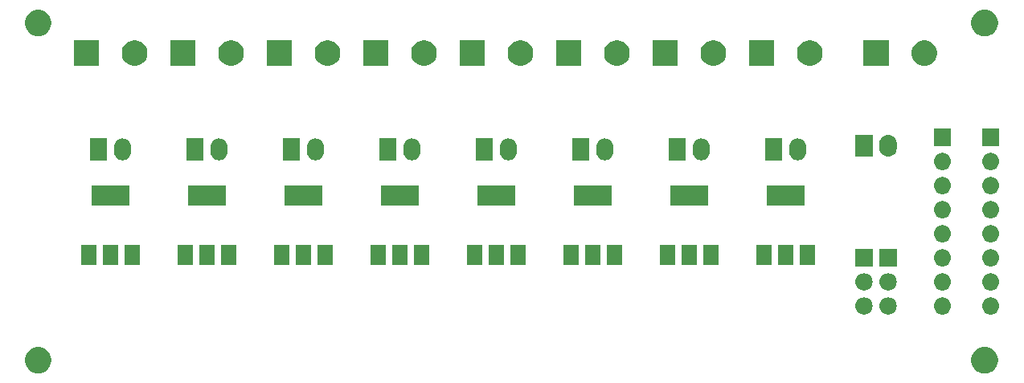
<source format=gbr>
G04 #@! TF.GenerationSoftware,KiCad,Pcbnew,(5.1.0-rc2-41-g6b3e9b0ed)*
G04 #@! TF.CreationDate,2020-04-23T19:15:03+02:00*
G04 #@! TF.ProjectId,LED_Driver,4c45445f-4472-4697-9665-722e6b696361,V0.1*
G04 #@! TF.SameCoordinates,Original*
G04 #@! TF.FileFunction,Soldermask,Bot*
G04 #@! TF.FilePolarity,Negative*
%FSLAX46Y46*%
G04 Gerber Fmt 4.6, Leading zero omitted, Abs format (unit mm)*
G04 Created by KiCad (PCBNEW (5.1.0-rc2-41-g6b3e9b0ed)) date 2020-04-23 19:15:03*
%MOMM*%
%LPD*%
G04 APERTURE LIST*
%ADD10C,0.100000*%
G04 APERTURE END LIST*
D10*
G36*
X136843433Y-142779893D02*
G01*
X136933657Y-142797839D01*
X137039267Y-142841585D01*
X137188621Y-142903449D01*
X137188622Y-142903450D01*
X137418086Y-143056772D01*
X137613228Y-143251914D01*
X137715675Y-143405237D01*
X137766551Y-143481379D01*
X137872161Y-143736344D01*
X137926000Y-144007012D01*
X137926000Y-144282988D01*
X137872161Y-144553656D01*
X137766551Y-144808621D01*
X137766550Y-144808622D01*
X137613228Y-145038086D01*
X137418086Y-145233228D01*
X137264763Y-145335675D01*
X137188621Y-145386551D01*
X137039267Y-145448415D01*
X136933657Y-145492161D01*
X136843433Y-145510107D01*
X136662988Y-145546000D01*
X136387012Y-145546000D01*
X136206567Y-145510107D01*
X136116343Y-145492161D01*
X136010733Y-145448415D01*
X135861379Y-145386551D01*
X135785237Y-145335675D01*
X135631914Y-145233228D01*
X135436772Y-145038086D01*
X135283450Y-144808622D01*
X135283449Y-144808621D01*
X135177839Y-144553656D01*
X135124000Y-144282988D01*
X135124000Y-144007012D01*
X135177839Y-143736344D01*
X135283449Y-143481379D01*
X135334325Y-143405237D01*
X135436772Y-143251914D01*
X135631914Y-143056772D01*
X135861378Y-142903450D01*
X135861379Y-142903449D01*
X136010733Y-142841585D01*
X136116343Y-142797839D01*
X136206567Y-142779893D01*
X136387012Y-142744000D01*
X136662988Y-142744000D01*
X136843433Y-142779893D01*
X136843433Y-142779893D01*
G37*
G36*
X37148433Y-142779893D02*
G01*
X37238657Y-142797839D01*
X37344267Y-142841585D01*
X37493621Y-142903449D01*
X37493622Y-142903450D01*
X37723086Y-143056772D01*
X37918228Y-143251914D01*
X38020675Y-143405237D01*
X38071551Y-143481379D01*
X38177161Y-143736344D01*
X38231000Y-144007012D01*
X38231000Y-144282988D01*
X38177161Y-144553656D01*
X38071551Y-144808621D01*
X38071550Y-144808622D01*
X37918228Y-145038086D01*
X37723086Y-145233228D01*
X37569763Y-145335675D01*
X37493621Y-145386551D01*
X37344267Y-145448415D01*
X37238657Y-145492161D01*
X37148433Y-145510107D01*
X36967988Y-145546000D01*
X36692012Y-145546000D01*
X36511567Y-145510107D01*
X36421343Y-145492161D01*
X36315733Y-145448415D01*
X36166379Y-145386551D01*
X36090237Y-145335675D01*
X35936914Y-145233228D01*
X35741772Y-145038086D01*
X35588450Y-144808622D01*
X35588449Y-144808621D01*
X35482839Y-144553656D01*
X35429000Y-144282988D01*
X35429000Y-144007012D01*
X35482839Y-143736344D01*
X35588449Y-143481379D01*
X35639325Y-143405237D01*
X35741772Y-143251914D01*
X35936914Y-143056772D01*
X36166378Y-142903450D01*
X36166379Y-142903449D01*
X36315733Y-142841585D01*
X36421343Y-142797839D01*
X36511567Y-142779893D01*
X36692012Y-142744000D01*
X36967988Y-142744000D01*
X37148433Y-142779893D01*
X37148433Y-142779893D01*
G37*
G36*
X137270443Y-137535519D02*
G01*
X137336627Y-137542037D01*
X137506466Y-137593557D01*
X137662991Y-137677222D01*
X137698729Y-137706552D01*
X137800186Y-137789814D01*
X137883448Y-137891271D01*
X137912778Y-137927009D01*
X137996443Y-138083534D01*
X138047963Y-138253373D01*
X138065359Y-138430000D01*
X138047963Y-138606627D01*
X137996443Y-138776466D01*
X137912778Y-138932991D01*
X137883448Y-138968729D01*
X137800186Y-139070186D01*
X137698729Y-139153448D01*
X137662991Y-139182778D01*
X137506466Y-139266443D01*
X137336627Y-139317963D01*
X137270443Y-139324481D01*
X137204260Y-139331000D01*
X137115740Y-139331000D01*
X137049557Y-139324481D01*
X136983373Y-139317963D01*
X136813534Y-139266443D01*
X136657009Y-139182778D01*
X136621271Y-139153448D01*
X136519814Y-139070186D01*
X136436552Y-138968729D01*
X136407222Y-138932991D01*
X136323557Y-138776466D01*
X136272037Y-138606627D01*
X136254641Y-138430000D01*
X136272037Y-138253373D01*
X136323557Y-138083534D01*
X136407222Y-137927009D01*
X136436552Y-137891271D01*
X136519814Y-137789814D01*
X136621271Y-137706552D01*
X136657009Y-137677222D01*
X136813534Y-137593557D01*
X136983373Y-137542037D01*
X137049557Y-137535519D01*
X137115740Y-137529000D01*
X137204260Y-137529000D01*
X137270443Y-137535519D01*
X137270443Y-137535519D01*
G37*
G36*
X132190443Y-137535519D02*
G01*
X132256627Y-137542037D01*
X132426466Y-137593557D01*
X132582991Y-137677222D01*
X132618729Y-137706552D01*
X132720186Y-137789814D01*
X132803448Y-137891271D01*
X132832778Y-137927009D01*
X132916443Y-138083534D01*
X132967963Y-138253373D01*
X132985359Y-138430000D01*
X132967963Y-138606627D01*
X132916443Y-138776466D01*
X132832778Y-138932991D01*
X132803448Y-138968729D01*
X132720186Y-139070186D01*
X132618729Y-139153448D01*
X132582991Y-139182778D01*
X132426466Y-139266443D01*
X132256627Y-139317963D01*
X132190443Y-139324481D01*
X132124260Y-139331000D01*
X132035740Y-139331000D01*
X131969557Y-139324481D01*
X131903373Y-139317963D01*
X131733534Y-139266443D01*
X131577009Y-139182778D01*
X131541271Y-139153448D01*
X131439814Y-139070186D01*
X131356552Y-138968729D01*
X131327222Y-138932991D01*
X131243557Y-138776466D01*
X131192037Y-138606627D01*
X131174641Y-138430000D01*
X131192037Y-138253373D01*
X131243557Y-138083534D01*
X131327222Y-137927009D01*
X131356552Y-137891271D01*
X131439814Y-137789814D01*
X131541271Y-137706552D01*
X131577009Y-137677222D01*
X131733534Y-137593557D01*
X131903373Y-137542037D01*
X131969557Y-137535519D01*
X132035740Y-137529000D01*
X132124260Y-137529000D01*
X132190443Y-137535519D01*
X132190443Y-137535519D01*
G37*
G36*
X126475443Y-137535519D02*
G01*
X126541627Y-137542037D01*
X126711466Y-137593557D01*
X126867991Y-137677222D01*
X126903729Y-137706552D01*
X127005186Y-137789814D01*
X127088448Y-137891271D01*
X127117778Y-137927009D01*
X127201443Y-138083534D01*
X127252963Y-138253373D01*
X127270359Y-138430000D01*
X127252963Y-138606627D01*
X127201443Y-138776466D01*
X127117778Y-138932991D01*
X127088448Y-138968729D01*
X127005186Y-139070186D01*
X126903729Y-139153448D01*
X126867991Y-139182778D01*
X126711466Y-139266443D01*
X126541627Y-139317963D01*
X126475443Y-139324481D01*
X126409260Y-139331000D01*
X126320740Y-139331000D01*
X126254557Y-139324481D01*
X126188373Y-139317963D01*
X126018534Y-139266443D01*
X125862009Y-139182778D01*
X125826271Y-139153448D01*
X125724814Y-139070186D01*
X125641552Y-138968729D01*
X125612222Y-138932991D01*
X125528557Y-138776466D01*
X125477037Y-138606627D01*
X125459641Y-138430000D01*
X125477037Y-138253373D01*
X125528557Y-138083534D01*
X125612222Y-137927009D01*
X125641552Y-137891271D01*
X125724814Y-137789814D01*
X125826271Y-137706552D01*
X125862009Y-137677222D01*
X126018534Y-137593557D01*
X126188373Y-137542037D01*
X126254557Y-137535519D01*
X126320740Y-137529000D01*
X126409260Y-137529000D01*
X126475443Y-137535519D01*
X126475443Y-137535519D01*
G37*
G36*
X123935443Y-137535519D02*
G01*
X124001627Y-137542037D01*
X124171466Y-137593557D01*
X124327991Y-137677222D01*
X124363729Y-137706552D01*
X124465186Y-137789814D01*
X124548448Y-137891271D01*
X124577778Y-137927009D01*
X124661443Y-138083534D01*
X124712963Y-138253373D01*
X124730359Y-138430000D01*
X124712963Y-138606627D01*
X124661443Y-138776466D01*
X124577778Y-138932991D01*
X124548448Y-138968729D01*
X124465186Y-139070186D01*
X124363729Y-139153448D01*
X124327991Y-139182778D01*
X124171466Y-139266443D01*
X124001627Y-139317963D01*
X123935443Y-139324481D01*
X123869260Y-139331000D01*
X123780740Y-139331000D01*
X123714557Y-139324481D01*
X123648373Y-139317963D01*
X123478534Y-139266443D01*
X123322009Y-139182778D01*
X123286271Y-139153448D01*
X123184814Y-139070186D01*
X123101552Y-138968729D01*
X123072222Y-138932991D01*
X122988557Y-138776466D01*
X122937037Y-138606627D01*
X122919641Y-138430000D01*
X122937037Y-138253373D01*
X122988557Y-138083534D01*
X123072222Y-137927009D01*
X123101552Y-137891271D01*
X123184814Y-137789814D01*
X123286271Y-137706552D01*
X123322009Y-137677222D01*
X123478534Y-137593557D01*
X123648373Y-137542037D01*
X123714557Y-137535519D01*
X123780740Y-137529000D01*
X123869260Y-137529000D01*
X123935443Y-137535519D01*
X123935443Y-137535519D01*
G37*
G36*
X137270442Y-134995518D02*
G01*
X137336627Y-135002037D01*
X137506466Y-135053557D01*
X137662991Y-135137222D01*
X137698729Y-135166552D01*
X137800186Y-135249814D01*
X137883448Y-135351271D01*
X137912778Y-135387009D01*
X137996443Y-135543534D01*
X138047963Y-135713373D01*
X138065359Y-135890000D01*
X138047963Y-136066627D01*
X137996443Y-136236466D01*
X137912778Y-136392991D01*
X137883448Y-136428729D01*
X137800186Y-136530186D01*
X137698729Y-136613448D01*
X137662991Y-136642778D01*
X137506466Y-136726443D01*
X137336627Y-136777963D01*
X137270442Y-136784482D01*
X137204260Y-136791000D01*
X137115740Y-136791000D01*
X137049558Y-136784482D01*
X136983373Y-136777963D01*
X136813534Y-136726443D01*
X136657009Y-136642778D01*
X136621271Y-136613448D01*
X136519814Y-136530186D01*
X136436552Y-136428729D01*
X136407222Y-136392991D01*
X136323557Y-136236466D01*
X136272037Y-136066627D01*
X136254641Y-135890000D01*
X136272037Y-135713373D01*
X136323557Y-135543534D01*
X136407222Y-135387009D01*
X136436552Y-135351271D01*
X136519814Y-135249814D01*
X136621271Y-135166552D01*
X136657009Y-135137222D01*
X136813534Y-135053557D01*
X136983373Y-135002037D01*
X137049558Y-134995518D01*
X137115740Y-134989000D01*
X137204260Y-134989000D01*
X137270442Y-134995518D01*
X137270442Y-134995518D01*
G37*
G36*
X132190442Y-134995518D02*
G01*
X132256627Y-135002037D01*
X132426466Y-135053557D01*
X132582991Y-135137222D01*
X132618729Y-135166552D01*
X132720186Y-135249814D01*
X132803448Y-135351271D01*
X132832778Y-135387009D01*
X132916443Y-135543534D01*
X132967963Y-135713373D01*
X132985359Y-135890000D01*
X132967963Y-136066627D01*
X132916443Y-136236466D01*
X132832778Y-136392991D01*
X132803448Y-136428729D01*
X132720186Y-136530186D01*
X132618729Y-136613448D01*
X132582991Y-136642778D01*
X132426466Y-136726443D01*
X132256627Y-136777963D01*
X132190442Y-136784482D01*
X132124260Y-136791000D01*
X132035740Y-136791000D01*
X131969558Y-136784482D01*
X131903373Y-136777963D01*
X131733534Y-136726443D01*
X131577009Y-136642778D01*
X131541271Y-136613448D01*
X131439814Y-136530186D01*
X131356552Y-136428729D01*
X131327222Y-136392991D01*
X131243557Y-136236466D01*
X131192037Y-136066627D01*
X131174641Y-135890000D01*
X131192037Y-135713373D01*
X131243557Y-135543534D01*
X131327222Y-135387009D01*
X131356552Y-135351271D01*
X131439814Y-135249814D01*
X131541271Y-135166552D01*
X131577009Y-135137222D01*
X131733534Y-135053557D01*
X131903373Y-135002037D01*
X131969558Y-134995518D01*
X132035740Y-134989000D01*
X132124260Y-134989000D01*
X132190442Y-134995518D01*
X132190442Y-134995518D01*
G37*
G36*
X126475442Y-134995518D02*
G01*
X126541627Y-135002037D01*
X126711466Y-135053557D01*
X126867991Y-135137222D01*
X126903729Y-135166552D01*
X127005186Y-135249814D01*
X127088448Y-135351271D01*
X127117778Y-135387009D01*
X127201443Y-135543534D01*
X127252963Y-135713373D01*
X127270359Y-135890000D01*
X127252963Y-136066627D01*
X127201443Y-136236466D01*
X127117778Y-136392991D01*
X127088448Y-136428729D01*
X127005186Y-136530186D01*
X126903729Y-136613448D01*
X126867991Y-136642778D01*
X126711466Y-136726443D01*
X126541627Y-136777963D01*
X126475442Y-136784482D01*
X126409260Y-136791000D01*
X126320740Y-136791000D01*
X126254558Y-136784482D01*
X126188373Y-136777963D01*
X126018534Y-136726443D01*
X125862009Y-136642778D01*
X125826271Y-136613448D01*
X125724814Y-136530186D01*
X125641552Y-136428729D01*
X125612222Y-136392991D01*
X125528557Y-136236466D01*
X125477037Y-136066627D01*
X125459641Y-135890000D01*
X125477037Y-135713373D01*
X125528557Y-135543534D01*
X125612222Y-135387009D01*
X125641552Y-135351271D01*
X125724814Y-135249814D01*
X125826271Y-135166552D01*
X125862009Y-135137222D01*
X126018534Y-135053557D01*
X126188373Y-135002037D01*
X126254558Y-134995518D01*
X126320740Y-134989000D01*
X126409260Y-134989000D01*
X126475442Y-134995518D01*
X126475442Y-134995518D01*
G37*
G36*
X123935442Y-134995518D02*
G01*
X124001627Y-135002037D01*
X124171466Y-135053557D01*
X124327991Y-135137222D01*
X124363729Y-135166552D01*
X124465186Y-135249814D01*
X124548448Y-135351271D01*
X124577778Y-135387009D01*
X124661443Y-135543534D01*
X124712963Y-135713373D01*
X124730359Y-135890000D01*
X124712963Y-136066627D01*
X124661443Y-136236466D01*
X124577778Y-136392991D01*
X124548448Y-136428729D01*
X124465186Y-136530186D01*
X124363729Y-136613448D01*
X124327991Y-136642778D01*
X124171466Y-136726443D01*
X124001627Y-136777963D01*
X123935442Y-136784482D01*
X123869260Y-136791000D01*
X123780740Y-136791000D01*
X123714558Y-136784482D01*
X123648373Y-136777963D01*
X123478534Y-136726443D01*
X123322009Y-136642778D01*
X123286271Y-136613448D01*
X123184814Y-136530186D01*
X123101552Y-136428729D01*
X123072222Y-136392991D01*
X122988557Y-136236466D01*
X122937037Y-136066627D01*
X122919641Y-135890000D01*
X122937037Y-135713373D01*
X122988557Y-135543534D01*
X123072222Y-135387009D01*
X123101552Y-135351271D01*
X123184814Y-135249814D01*
X123286271Y-135166552D01*
X123322009Y-135137222D01*
X123478534Y-135053557D01*
X123648373Y-135002037D01*
X123714558Y-134995518D01*
X123780740Y-134989000D01*
X123869260Y-134989000D01*
X123935442Y-134995518D01*
X123935442Y-134995518D01*
G37*
G36*
X137270442Y-132455518D02*
G01*
X137336627Y-132462037D01*
X137506466Y-132513557D01*
X137662991Y-132597222D01*
X137698729Y-132626552D01*
X137800186Y-132709814D01*
X137883448Y-132811271D01*
X137912778Y-132847009D01*
X137996443Y-133003534D01*
X138047963Y-133173373D01*
X138065359Y-133350000D01*
X138047963Y-133526627D01*
X137996443Y-133696466D01*
X137912778Y-133852991D01*
X137883448Y-133888729D01*
X137800186Y-133990186D01*
X137698729Y-134073448D01*
X137662991Y-134102778D01*
X137506466Y-134186443D01*
X137336627Y-134237963D01*
X137270443Y-134244481D01*
X137204260Y-134251000D01*
X137115740Y-134251000D01*
X137049557Y-134244481D01*
X136983373Y-134237963D01*
X136813534Y-134186443D01*
X136657009Y-134102778D01*
X136621271Y-134073448D01*
X136519814Y-133990186D01*
X136436552Y-133888729D01*
X136407222Y-133852991D01*
X136323557Y-133696466D01*
X136272037Y-133526627D01*
X136254641Y-133350000D01*
X136272037Y-133173373D01*
X136323557Y-133003534D01*
X136407222Y-132847009D01*
X136436552Y-132811271D01*
X136519814Y-132709814D01*
X136621271Y-132626552D01*
X136657009Y-132597222D01*
X136813534Y-132513557D01*
X136983373Y-132462037D01*
X137049558Y-132455518D01*
X137115740Y-132449000D01*
X137204260Y-132449000D01*
X137270442Y-132455518D01*
X137270442Y-132455518D01*
G37*
G36*
X132190442Y-132455518D02*
G01*
X132256627Y-132462037D01*
X132426466Y-132513557D01*
X132582991Y-132597222D01*
X132618729Y-132626552D01*
X132720186Y-132709814D01*
X132803448Y-132811271D01*
X132832778Y-132847009D01*
X132916443Y-133003534D01*
X132967963Y-133173373D01*
X132985359Y-133350000D01*
X132967963Y-133526627D01*
X132916443Y-133696466D01*
X132832778Y-133852991D01*
X132803448Y-133888729D01*
X132720186Y-133990186D01*
X132618729Y-134073448D01*
X132582991Y-134102778D01*
X132426466Y-134186443D01*
X132256627Y-134237963D01*
X132190443Y-134244481D01*
X132124260Y-134251000D01*
X132035740Y-134251000D01*
X131969557Y-134244481D01*
X131903373Y-134237963D01*
X131733534Y-134186443D01*
X131577009Y-134102778D01*
X131541271Y-134073448D01*
X131439814Y-133990186D01*
X131356552Y-133888729D01*
X131327222Y-133852991D01*
X131243557Y-133696466D01*
X131192037Y-133526627D01*
X131174641Y-133350000D01*
X131192037Y-133173373D01*
X131243557Y-133003534D01*
X131327222Y-132847009D01*
X131356552Y-132811271D01*
X131439814Y-132709814D01*
X131541271Y-132626552D01*
X131577009Y-132597222D01*
X131733534Y-132513557D01*
X131903373Y-132462037D01*
X131969558Y-132455518D01*
X132035740Y-132449000D01*
X132124260Y-132449000D01*
X132190442Y-132455518D01*
X132190442Y-132455518D01*
G37*
G36*
X127266000Y-134251000D02*
G01*
X125464000Y-134251000D01*
X125464000Y-132449000D01*
X127266000Y-132449000D01*
X127266000Y-134251000D01*
X127266000Y-134251000D01*
G37*
G36*
X124726000Y-134251000D02*
G01*
X122924000Y-134251000D01*
X122924000Y-132449000D01*
X124726000Y-132449000D01*
X124726000Y-134251000D01*
X124726000Y-134251000D01*
G37*
G36*
X73431000Y-134122000D02*
G01*
X71829000Y-134122000D01*
X71829000Y-132020000D01*
X73431000Y-132020000D01*
X73431000Y-134122000D01*
X73431000Y-134122000D01*
G37*
G36*
X67871000Y-134122000D02*
G01*
X66269000Y-134122000D01*
X66269000Y-132020000D01*
X67871000Y-132020000D01*
X67871000Y-134122000D01*
X67871000Y-134122000D01*
G37*
G36*
X65571000Y-134122000D02*
G01*
X63969000Y-134122000D01*
X63969000Y-132020000D01*
X65571000Y-132020000D01*
X65571000Y-134122000D01*
X65571000Y-134122000D01*
G37*
G36*
X63271000Y-134122000D02*
G01*
X61669000Y-134122000D01*
X61669000Y-132020000D01*
X63271000Y-132020000D01*
X63271000Y-134122000D01*
X63271000Y-134122000D01*
G37*
G36*
X57711000Y-134122000D02*
G01*
X56109000Y-134122000D01*
X56109000Y-132020000D01*
X57711000Y-132020000D01*
X57711000Y-134122000D01*
X57711000Y-134122000D01*
G37*
G36*
X55411000Y-134122000D02*
G01*
X53809000Y-134122000D01*
X53809000Y-132020000D01*
X55411000Y-132020000D01*
X55411000Y-134122000D01*
X55411000Y-134122000D01*
G37*
G36*
X53111000Y-134122000D02*
G01*
X51509000Y-134122000D01*
X51509000Y-132020000D01*
X53111000Y-132020000D01*
X53111000Y-134122000D01*
X53111000Y-134122000D01*
G37*
G36*
X47551000Y-134122000D02*
G01*
X45949000Y-134122000D01*
X45949000Y-132020000D01*
X47551000Y-132020000D01*
X47551000Y-134122000D01*
X47551000Y-134122000D01*
G37*
G36*
X45251000Y-134122000D02*
G01*
X43649000Y-134122000D01*
X43649000Y-132020000D01*
X45251000Y-132020000D01*
X45251000Y-134122000D01*
X45251000Y-134122000D01*
G37*
G36*
X42951000Y-134122000D02*
G01*
X41349000Y-134122000D01*
X41349000Y-132020000D01*
X42951000Y-132020000D01*
X42951000Y-134122000D01*
X42951000Y-134122000D01*
G37*
G36*
X118671000Y-134122000D02*
G01*
X117069000Y-134122000D01*
X117069000Y-132020000D01*
X118671000Y-132020000D01*
X118671000Y-134122000D01*
X118671000Y-134122000D01*
G37*
G36*
X116371000Y-134122000D02*
G01*
X114769000Y-134122000D01*
X114769000Y-132020000D01*
X116371000Y-132020000D01*
X116371000Y-134122000D01*
X116371000Y-134122000D01*
G37*
G36*
X114071000Y-134122000D02*
G01*
X112469000Y-134122000D01*
X112469000Y-132020000D01*
X114071000Y-132020000D01*
X114071000Y-134122000D01*
X114071000Y-134122000D01*
G37*
G36*
X108511000Y-134122000D02*
G01*
X106909000Y-134122000D01*
X106909000Y-132020000D01*
X108511000Y-132020000D01*
X108511000Y-134122000D01*
X108511000Y-134122000D01*
G37*
G36*
X106211000Y-134122000D02*
G01*
X104609000Y-134122000D01*
X104609000Y-132020000D01*
X106211000Y-132020000D01*
X106211000Y-134122000D01*
X106211000Y-134122000D01*
G37*
G36*
X103911000Y-134122000D02*
G01*
X102309000Y-134122000D01*
X102309000Y-132020000D01*
X103911000Y-132020000D01*
X103911000Y-134122000D01*
X103911000Y-134122000D01*
G37*
G36*
X98351000Y-134122000D02*
G01*
X96749000Y-134122000D01*
X96749000Y-132020000D01*
X98351000Y-132020000D01*
X98351000Y-134122000D01*
X98351000Y-134122000D01*
G37*
G36*
X96051000Y-134122000D02*
G01*
X94449000Y-134122000D01*
X94449000Y-132020000D01*
X96051000Y-132020000D01*
X96051000Y-134122000D01*
X96051000Y-134122000D01*
G37*
G36*
X93751000Y-134122000D02*
G01*
X92149000Y-134122000D01*
X92149000Y-132020000D01*
X93751000Y-132020000D01*
X93751000Y-134122000D01*
X93751000Y-134122000D01*
G37*
G36*
X85891000Y-134122000D02*
G01*
X84289000Y-134122000D01*
X84289000Y-132020000D01*
X85891000Y-132020000D01*
X85891000Y-134122000D01*
X85891000Y-134122000D01*
G37*
G36*
X83591000Y-134122000D02*
G01*
X81989000Y-134122000D01*
X81989000Y-132020000D01*
X83591000Y-132020000D01*
X83591000Y-134122000D01*
X83591000Y-134122000D01*
G37*
G36*
X88191000Y-134122000D02*
G01*
X86589000Y-134122000D01*
X86589000Y-132020000D01*
X88191000Y-132020000D01*
X88191000Y-134122000D01*
X88191000Y-134122000D01*
G37*
G36*
X78031000Y-134122000D02*
G01*
X76429000Y-134122000D01*
X76429000Y-132020000D01*
X78031000Y-132020000D01*
X78031000Y-134122000D01*
X78031000Y-134122000D01*
G37*
G36*
X75731000Y-134122000D02*
G01*
X74129000Y-134122000D01*
X74129000Y-132020000D01*
X75731000Y-132020000D01*
X75731000Y-134122000D01*
X75731000Y-134122000D01*
G37*
G36*
X132190442Y-129915518D02*
G01*
X132256627Y-129922037D01*
X132426466Y-129973557D01*
X132582991Y-130057222D01*
X132618729Y-130086552D01*
X132720186Y-130169814D01*
X132803448Y-130271271D01*
X132832778Y-130307009D01*
X132916443Y-130463534D01*
X132967963Y-130633373D01*
X132985359Y-130810000D01*
X132967963Y-130986627D01*
X132916443Y-131156466D01*
X132832778Y-131312991D01*
X132803448Y-131348729D01*
X132720186Y-131450186D01*
X132618729Y-131533448D01*
X132582991Y-131562778D01*
X132426466Y-131646443D01*
X132256627Y-131697963D01*
X132190443Y-131704481D01*
X132124260Y-131711000D01*
X132035740Y-131711000D01*
X131969557Y-131704481D01*
X131903373Y-131697963D01*
X131733534Y-131646443D01*
X131577009Y-131562778D01*
X131541271Y-131533448D01*
X131439814Y-131450186D01*
X131356552Y-131348729D01*
X131327222Y-131312991D01*
X131243557Y-131156466D01*
X131192037Y-130986627D01*
X131174641Y-130810000D01*
X131192037Y-130633373D01*
X131243557Y-130463534D01*
X131327222Y-130307009D01*
X131356552Y-130271271D01*
X131439814Y-130169814D01*
X131541271Y-130086552D01*
X131577009Y-130057222D01*
X131733534Y-129973557D01*
X131903373Y-129922037D01*
X131969558Y-129915518D01*
X132035740Y-129909000D01*
X132124260Y-129909000D01*
X132190442Y-129915518D01*
X132190442Y-129915518D01*
G37*
G36*
X137270442Y-129915518D02*
G01*
X137336627Y-129922037D01*
X137506466Y-129973557D01*
X137662991Y-130057222D01*
X137698729Y-130086552D01*
X137800186Y-130169814D01*
X137883448Y-130271271D01*
X137912778Y-130307009D01*
X137996443Y-130463534D01*
X138047963Y-130633373D01*
X138065359Y-130810000D01*
X138047963Y-130986627D01*
X137996443Y-131156466D01*
X137912778Y-131312991D01*
X137883448Y-131348729D01*
X137800186Y-131450186D01*
X137698729Y-131533448D01*
X137662991Y-131562778D01*
X137506466Y-131646443D01*
X137336627Y-131697963D01*
X137270443Y-131704481D01*
X137204260Y-131711000D01*
X137115740Y-131711000D01*
X137049557Y-131704481D01*
X136983373Y-131697963D01*
X136813534Y-131646443D01*
X136657009Y-131562778D01*
X136621271Y-131533448D01*
X136519814Y-131450186D01*
X136436552Y-131348729D01*
X136407222Y-131312991D01*
X136323557Y-131156466D01*
X136272037Y-130986627D01*
X136254641Y-130810000D01*
X136272037Y-130633373D01*
X136323557Y-130463534D01*
X136407222Y-130307009D01*
X136436552Y-130271271D01*
X136519814Y-130169814D01*
X136621271Y-130086552D01*
X136657009Y-130057222D01*
X136813534Y-129973557D01*
X136983373Y-129922037D01*
X137049558Y-129915518D01*
X137115740Y-129909000D01*
X137204260Y-129909000D01*
X137270442Y-129915518D01*
X137270442Y-129915518D01*
G37*
G36*
X132190442Y-127375518D02*
G01*
X132256627Y-127382037D01*
X132426466Y-127433557D01*
X132582991Y-127517222D01*
X132618729Y-127546552D01*
X132720186Y-127629814D01*
X132803448Y-127731271D01*
X132832778Y-127767009D01*
X132916443Y-127923534D01*
X132967963Y-128093373D01*
X132985359Y-128270000D01*
X132967963Y-128446627D01*
X132916443Y-128616466D01*
X132832778Y-128772991D01*
X132803448Y-128808729D01*
X132720186Y-128910186D01*
X132618729Y-128993448D01*
X132582991Y-129022778D01*
X132426466Y-129106443D01*
X132256627Y-129157963D01*
X132190442Y-129164482D01*
X132124260Y-129171000D01*
X132035740Y-129171000D01*
X131969558Y-129164482D01*
X131903373Y-129157963D01*
X131733534Y-129106443D01*
X131577009Y-129022778D01*
X131541271Y-128993448D01*
X131439814Y-128910186D01*
X131356552Y-128808729D01*
X131327222Y-128772991D01*
X131243557Y-128616466D01*
X131192037Y-128446627D01*
X131174641Y-128270000D01*
X131192037Y-128093373D01*
X131243557Y-127923534D01*
X131327222Y-127767009D01*
X131356552Y-127731271D01*
X131439814Y-127629814D01*
X131541271Y-127546552D01*
X131577009Y-127517222D01*
X131733534Y-127433557D01*
X131903373Y-127382037D01*
X131969558Y-127375518D01*
X132035740Y-127369000D01*
X132124260Y-127369000D01*
X132190442Y-127375518D01*
X132190442Y-127375518D01*
G37*
G36*
X137270442Y-127375518D02*
G01*
X137336627Y-127382037D01*
X137506466Y-127433557D01*
X137662991Y-127517222D01*
X137698729Y-127546552D01*
X137800186Y-127629814D01*
X137883448Y-127731271D01*
X137912778Y-127767009D01*
X137996443Y-127923534D01*
X138047963Y-128093373D01*
X138065359Y-128270000D01*
X138047963Y-128446627D01*
X137996443Y-128616466D01*
X137912778Y-128772991D01*
X137883448Y-128808729D01*
X137800186Y-128910186D01*
X137698729Y-128993448D01*
X137662991Y-129022778D01*
X137506466Y-129106443D01*
X137336627Y-129157963D01*
X137270442Y-129164482D01*
X137204260Y-129171000D01*
X137115740Y-129171000D01*
X137049558Y-129164482D01*
X136983373Y-129157963D01*
X136813534Y-129106443D01*
X136657009Y-129022778D01*
X136621271Y-128993448D01*
X136519814Y-128910186D01*
X136436552Y-128808729D01*
X136407222Y-128772991D01*
X136323557Y-128616466D01*
X136272037Y-128446627D01*
X136254641Y-128270000D01*
X136272037Y-128093373D01*
X136323557Y-127923534D01*
X136407222Y-127767009D01*
X136436552Y-127731271D01*
X136519814Y-127629814D01*
X136621271Y-127546552D01*
X136657009Y-127517222D01*
X136813534Y-127433557D01*
X136983373Y-127382037D01*
X137049558Y-127375518D01*
X137115740Y-127369000D01*
X137204260Y-127369000D01*
X137270442Y-127375518D01*
X137270442Y-127375518D01*
G37*
G36*
X56561000Y-127822000D02*
G01*
X52659000Y-127822000D01*
X52659000Y-125720000D01*
X56561000Y-125720000D01*
X56561000Y-127822000D01*
X56561000Y-127822000D01*
G37*
G36*
X87041000Y-127822000D02*
G01*
X83139000Y-127822000D01*
X83139000Y-125720000D01*
X87041000Y-125720000D01*
X87041000Y-127822000D01*
X87041000Y-127822000D01*
G37*
G36*
X97201000Y-127822000D02*
G01*
X93299000Y-127822000D01*
X93299000Y-125720000D01*
X97201000Y-125720000D01*
X97201000Y-127822000D01*
X97201000Y-127822000D01*
G37*
G36*
X117521000Y-127822000D02*
G01*
X113619000Y-127822000D01*
X113619000Y-125720000D01*
X117521000Y-125720000D01*
X117521000Y-127822000D01*
X117521000Y-127822000D01*
G37*
G36*
X107361000Y-127822000D02*
G01*
X103459000Y-127822000D01*
X103459000Y-125720000D01*
X107361000Y-125720000D01*
X107361000Y-127822000D01*
X107361000Y-127822000D01*
G37*
G36*
X76881000Y-127822000D02*
G01*
X72979000Y-127822000D01*
X72979000Y-125720000D01*
X76881000Y-125720000D01*
X76881000Y-127822000D01*
X76881000Y-127822000D01*
G37*
G36*
X66721000Y-127822000D02*
G01*
X62819000Y-127822000D01*
X62819000Y-125720000D01*
X66721000Y-125720000D01*
X66721000Y-127822000D01*
X66721000Y-127822000D01*
G37*
G36*
X46401000Y-127822000D02*
G01*
X42499000Y-127822000D01*
X42499000Y-125720000D01*
X46401000Y-125720000D01*
X46401000Y-127822000D01*
X46401000Y-127822000D01*
G37*
G36*
X132190443Y-124835519D02*
G01*
X132256627Y-124842037D01*
X132426466Y-124893557D01*
X132582991Y-124977222D01*
X132618729Y-125006552D01*
X132720186Y-125089814D01*
X132803448Y-125191271D01*
X132832778Y-125227009D01*
X132916443Y-125383534D01*
X132967963Y-125553373D01*
X132985359Y-125730000D01*
X132967963Y-125906627D01*
X132916443Y-126076466D01*
X132832778Y-126232991D01*
X132803448Y-126268729D01*
X132720186Y-126370186D01*
X132618729Y-126453448D01*
X132582991Y-126482778D01*
X132426466Y-126566443D01*
X132256627Y-126617963D01*
X132190442Y-126624482D01*
X132124260Y-126631000D01*
X132035740Y-126631000D01*
X131969558Y-126624482D01*
X131903373Y-126617963D01*
X131733534Y-126566443D01*
X131577009Y-126482778D01*
X131541271Y-126453448D01*
X131439814Y-126370186D01*
X131356552Y-126268729D01*
X131327222Y-126232991D01*
X131243557Y-126076466D01*
X131192037Y-125906627D01*
X131174641Y-125730000D01*
X131192037Y-125553373D01*
X131243557Y-125383534D01*
X131327222Y-125227009D01*
X131356552Y-125191271D01*
X131439814Y-125089814D01*
X131541271Y-125006552D01*
X131577009Y-124977222D01*
X131733534Y-124893557D01*
X131903373Y-124842037D01*
X131969557Y-124835519D01*
X132035740Y-124829000D01*
X132124260Y-124829000D01*
X132190443Y-124835519D01*
X132190443Y-124835519D01*
G37*
G36*
X137270443Y-124835519D02*
G01*
X137336627Y-124842037D01*
X137506466Y-124893557D01*
X137662991Y-124977222D01*
X137698729Y-125006552D01*
X137800186Y-125089814D01*
X137883448Y-125191271D01*
X137912778Y-125227009D01*
X137996443Y-125383534D01*
X138047963Y-125553373D01*
X138065359Y-125730000D01*
X138047963Y-125906627D01*
X137996443Y-126076466D01*
X137912778Y-126232991D01*
X137883448Y-126268729D01*
X137800186Y-126370186D01*
X137698729Y-126453448D01*
X137662991Y-126482778D01*
X137506466Y-126566443D01*
X137336627Y-126617963D01*
X137270442Y-126624482D01*
X137204260Y-126631000D01*
X137115740Y-126631000D01*
X137049558Y-126624482D01*
X136983373Y-126617963D01*
X136813534Y-126566443D01*
X136657009Y-126482778D01*
X136621271Y-126453448D01*
X136519814Y-126370186D01*
X136436552Y-126268729D01*
X136407222Y-126232991D01*
X136323557Y-126076466D01*
X136272037Y-125906627D01*
X136254641Y-125730000D01*
X136272037Y-125553373D01*
X136323557Y-125383534D01*
X136407222Y-125227009D01*
X136436552Y-125191271D01*
X136519814Y-125089814D01*
X136621271Y-125006552D01*
X136657009Y-124977222D01*
X136813534Y-124893557D01*
X136983373Y-124842037D01*
X137049557Y-124835519D01*
X137115740Y-124829000D01*
X137204260Y-124829000D01*
X137270443Y-124835519D01*
X137270443Y-124835519D01*
G37*
G36*
X137270443Y-122295519D02*
G01*
X137336627Y-122302037D01*
X137506466Y-122353557D01*
X137662991Y-122437222D01*
X137698729Y-122466552D01*
X137800186Y-122549814D01*
X137862251Y-122625442D01*
X137912778Y-122687009D01*
X137996443Y-122843534D01*
X138047963Y-123013373D01*
X138065359Y-123190000D01*
X138047963Y-123366627D01*
X137996443Y-123536466D01*
X137912778Y-123692991D01*
X137883448Y-123728729D01*
X137800186Y-123830186D01*
X137698729Y-123913448D01*
X137662991Y-123942778D01*
X137506466Y-124026443D01*
X137336627Y-124077963D01*
X137270442Y-124084482D01*
X137204260Y-124091000D01*
X137115740Y-124091000D01*
X137049558Y-124084482D01*
X136983373Y-124077963D01*
X136813534Y-124026443D01*
X136657009Y-123942778D01*
X136621271Y-123913448D01*
X136519814Y-123830186D01*
X136436552Y-123728729D01*
X136407222Y-123692991D01*
X136323557Y-123536466D01*
X136272037Y-123366627D01*
X136254641Y-123190000D01*
X136272037Y-123013373D01*
X136323557Y-122843534D01*
X136407222Y-122687009D01*
X136457749Y-122625442D01*
X136519814Y-122549814D01*
X136621271Y-122466552D01*
X136657009Y-122437222D01*
X136813534Y-122353557D01*
X136983373Y-122302037D01*
X137049557Y-122295519D01*
X137115740Y-122289000D01*
X137204260Y-122289000D01*
X137270443Y-122295519D01*
X137270443Y-122295519D01*
G37*
G36*
X132190443Y-122295519D02*
G01*
X132256627Y-122302037D01*
X132426466Y-122353557D01*
X132582991Y-122437222D01*
X132618729Y-122466552D01*
X132720186Y-122549814D01*
X132782251Y-122625442D01*
X132832778Y-122687009D01*
X132916443Y-122843534D01*
X132967963Y-123013373D01*
X132985359Y-123190000D01*
X132967963Y-123366627D01*
X132916443Y-123536466D01*
X132832778Y-123692991D01*
X132803448Y-123728729D01*
X132720186Y-123830186D01*
X132618729Y-123913448D01*
X132582991Y-123942778D01*
X132426466Y-124026443D01*
X132256627Y-124077963D01*
X132190442Y-124084482D01*
X132124260Y-124091000D01*
X132035740Y-124091000D01*
X131969558Y-124084482D01*
X131903373Y-124077963D01*
X131733534Y-124026443D01*
X131577009Y-123942778D01*
X131541271Y-123913448D01*
X131439814Y-123830186D01*
X131356552Y-123728729D01*
X131327222Y-123692991D01*
X131243557Y-123536466D01*
X131192037Y-123366627D01*
X131174641Y-123190000D01*
X131192037Y-123013373D01*
X131243557Y-122843534D01*
X131327222Y-122687009D01*
X131377749Y-122625442D01*
X131439814Y-122549814D01*
X131541271Y-122466552D01*
X131577009Y-122437222D01*
X131733534Y-122353557D01*
X131903373Y-122302037D01*
X131969557Y-122295519D01*
X132035740Y-122289000D01*
X132124260Y-122289000D01*
X132190443Y-122295519D01*
X132190443Y-122295519D01*
G37*
G36*
X86536626Y-120782037D02*
G01*
X86706465Y-120833557D01*
X86706467Y-120833558D01*
X86862989Y-120917221D01*
X87000186Y-121029814D01*
X87067939Y-121112373D01*
X87112778Y-121167009D01*
X87196443Y-121323534D01*
X87247963Y-121493373D01*
X87261000Y-121625742D01*
X87261000Y-122214258D01*
X87247963Y-122346627D01*
X87196443Y-122516466D01*
X87112778Y-122672991D01*
X87083448Y-122708729D01*
X87000186Y-122810186D01*
X86898729Y-122893448D01*
X86862991Y-122922778D01*
X86706466Y-123006443D01*
X86536627Y-123057963D01*
X86360000Y-123075359D01*
X86183374Y-123057963D01*
X86013535Y-123006443D01*
X85857010Y-122922778D01*
X85821272Y-122893448D01*
X85719815Y-122810186D01*
X85607223Y-122672991D01*
X85523557Y-122516466D01*
X85499519Y-122437222D01*
X85472037Y-122346627D01*
X85459000Y-122214258D01*
X85459000Y-121625743D01*
X85472037Y-121493374D01*
X85523557Y-121323535D01*
X85523559Y-121323532D01*
X85607221Y-121167011D01*
X85719814Y-121029814D01*
X85826165Y-120942535D01*
X85857009Y-120917222D01*
X86013534Y-120833557D01*
X86183373Y-120782037D01*
X86360000Y-120764641D01*
X86536626Y-120782037D01*
X86536626Y-120782037D01*
G37*
G36*
X56056626Y-120782037D02*
G01*
X56226465Y-120833557D01*
X56226467Y-120833558D01*
X56382989Y-120917221D01*
X56520186Y-121029814D01*
X56587939Y-121112373D01*
X56632778Y-121167009D01*
X56716443Y-121323534D01*
X56767963Y-121493373D01*
X56781000Y-121625742D01*
X56781000Y-122214258D01*
X56767963Y-122346627D01*
X56716443Y-122516466D01*
X56632778Y-122672991D01*
X56603448Y-122708729D01*
X56520186Y-122810186D01*
X56418729Y-122893448D01*
X56382991Y-122922778D01*
X56226466Y-123006443D01*
X56056627Y-123057963D01*
X55880000Y-123075359D01*
X55703374Y-123057963D01*
X55533535Y-123006443D01*
X55377010Y-122922778D01*
X55341272Y-122893448D01*
X55239815Y-122810186D01*
X55127223Y-122672991D01*
X55043557Y-122516466D01*
X55019519Y-122437222D01*
X54992037Y-122346627D01*
X54979000Y-122214258D01*
X54979000Y-121625743D01*
X54992037Y-121493374D01*
X55043557Y-121323535D01*
X55043559Y-121323532D01*
X55127221Y-121167011D01*
X55239814Y-121029814D01*
X55346165Y-120942535D01*
X55377009Y-120917222D01*
X55533534Y-120833557D01*
X55703373Y-120782037D01*
X55880000Y-120764641D01*
X56056626Y-120782037D01*
X56056626Y-120782037D01*
G37*
G36*
X66216626Y-120782037D02*
G01*
X66386465Y-120833557D01*
X66386467Y-120833558D01*
X66542989Y-120917221D01*
X66680186Y-121029814D01*
X66747939Y-121112373D01*
X66792778Y-121167009D01*
X66876443Y-121323534D01*
X66927963Y-121493373D01*
X66941000Y-121625742D01*
X66941000Y-122214258D01*
X66927963Y-122346627D01*
X66876443Y-122516466D01*
X66792778Y-122672991D01*
X66763448Y-122708729D01*
X66680186Y-122810186D01*
X66578729Y-122893448D01*
X66542991Y-122922778D01*
X66386466Y-123006443D01*
X66216627Y-123057963D01*
X66040000Y-123075359D01*
X65863374Y-123057963D01*
X65693535Y-123006443D01*
X65537010Y-122922778D01*
X65501272Y-122893448D01*
X65399815Y-122810186D01*
X65287223Y-122672991D01*
X65203557Y-122516466D01*
X65179519Y-122437222D01*
X65152037Y-122346627D01*
X65139000Y-122214258D01*
X65139000Y-121625743D01*
X65152037Y-121493374D01*
X65203557Y-121323535D01*
X65203559Y-121323532D01*
X65287221Y-121167011D01*
X65399814Y-121029814D01*
X65506165Y-120942535D01*
X65537009Y-120917222D01*
X65693534Y-120833557D01*
X65863373Y-120782037D01*
X66040000Y-120764641D01*
X66216626Y-120782037D01*
X66216626Y-120782037D01*
G37*
G36*
X76376626Y-120782037D02*
G01*
X76546465Y-120833557D01*
X76546467Y-120833558D01*
X76702989Y-120917221D01*
X76840186Y-121029814D01*
X76907939Y-121112373D01*
X76952778Y-121167009D01*
X77036443Y-121323534D01*
X77087963Y-121493373D01*
X77101000Y-121625742D01*
X77101000Y-122214258D01*
X77087963Y-122346627D01*
X77036443Y-122516466D01*
X76952778Y-122672991D01*
X76923448Y-122708729D01*
X76840186Y-122810186D01*
X76738729Y-122893448D01*
X76702991Y-122922778D01*
X76546466Y-123006443D01*
X76376627Y-123057963D01*
X76200000Y-123075359D01*
X76023374Y-123057963D01*
X75853535Y-123006443D01*
X75697010Y-122922778D01*
X75661272Y-122893448D01*
X75559815Y-122810186D01*
X75447223Y-122672991D01*
X75363557Y-122516466D01*
X75339519Y-122437222D01*
X75312037Y-122346627D01*
X75299000Y-122214258D01*
X75299000Y-121625743D01*
X75312037Y-121493374D01*
X75363557Y-121323535D01*
X75363559Y-121323532D01*
X75447221Y-121167011D01*
X75559814Y-121029814D01*
X75666165Y-120942535D01*
X75697009Y-120917222D01*
X75853534Y-120833557D01*
X76023373Y-120782037D01*
X76200000Y-120764641D01*
X76376626Y-120782037D01*
X76376626Y-120782037D01*
G37*
G36*
X45896626Y-120782037D02*
G01*
X46066465Y-120833557D01*
X46066467Y-120833558D01*
X46222989Y-120917221D01*
X46360186Y-121029814D01*
X46427939Y-121112373D01*
X46472778Y-121167009D01*
X46556443Y-121323534D01*
X46607963Y-121493373D01*
X46621000Y-121625742D01*
X46621000Y-122214258D01*
X46607963Y-122346627D01*
X46556443Y-122516466D01*
X46472778Y-122672991D01*
X46443448Y-122708729D01*
X46360186Y-122810186D01*
X46258729Y-122893448D01*
X46222991Y-122922778D01*
X46066466Y-123006443D01*
X45896627Y-123057963D01*
X45720000Y-123075359D01*
X45543374Y-123057963D01*
X45373535Y-123006443D01*
X45217010Y-122922778D01*
X45181272Y-122893448D01*
X45079815Y-122810186D01*
X44967223Y-122672991D01*
X44883557Y-122516466D01*
X44859519Y-122437222D01*
X44832037Y-122346627D01*
X44819000Y-122214258D01*
X44819000Y-121625743D01*
X44832037Y-121493374D01*
X44883557Y-121323535D01*
X44883559Y-121323532D01*
X44967221Y-121167011D01*
X45079814Y-121029814D01*
X45186165Y-120942535D01*
X45217009Y-120917222D01*
X45373534Y-120833557D01*
X45543373Y-120782037D01*
X45720000Y-120764641D01*
X45896626Y-120782037D01*
X45896626Y-120782037D01*
G37*
G36*
X106856626Y-120782037D02*
G01*
X107026465Y-120833557D01*
X107026467Y-120833558D01*
X107182989Y-120917221D01*
X107320186Y-121029814D01*
X107387939Y-121112373D01*
X107432778Y-121167009D01*
X107516443Y-121323534D01*
X107567963Y-121493373D01*
X107581000Y-121625742D01*
X107581000Y-122214258D01*
X107567963Y-122346627D01*
X107516443Y-122516466D01*
X107432778Y-122672991D01*
X107403448Y-122708729D01*
X107320186Y-122810186D01*
X107218729Y-122893448D01*
X107182991Y-122922778D01*
X107026466Y-123006443D01*
X106856627Y-123057963D01*
X106680000Y-123075359D01*
X106503374Y-123057963D01*
X106333535Y-123006443D01*
X106177010Y-122922778D01*
X106141272Y-122893448D01*
X106039815Y-122810186D01*
X105927223Y-122672991D01*
X105843557Y-122516466D01*
X105819519Y-122437222D01*
X105792037Y-122346627D01*
X105779000Y-122214258D01*
X105779000Y-121625743D01*
X105792037Y-121493374D01*
X105843557Y-121323535D01*
X105843559Y-121323532D01*
X105927221Y-121167011D01*
X106039814Y-121029814D01*
X106146165Y-120942535D01*
X106177009Y-120917222D01*
X106333534Y-120833557D01*
X106503373Y-120782037D01*
X106680000Y-120764641D01*
X106856626Y-120782037D01*
X106856626Y-120782037D01*
G37*
G36*
X96696626Y-120782037D02*
G01*
X96866465Y-120833557D01*
X96866467Y-120833558D01*
X97022989Y-120917221D01*
X97160186Y-121029814D01*
X97227939Y-121112373D01*
X97272778Y-121167009D01*
X97356443Y-121323534D01*
X97407963Y-121493373D01*
X97421000Y-121625742D01*
X97421000Y-122214258D01*
X97407963Y-122346627D01*
X97356443Y-122516466D01*
X97272778Y-122672991D01*
X97243448Y-122708729D01*
X97160186Y-122810186D01*
X97058729Y-122893448D01*
X97022991Y-122922778D01*
X96866466Y-123006443D01*
X96696627Y-123057963D01*
X96520000Y-123075359D01*
X96343374Y-123057963D01*
X96173535Y-123006443D01*
X96017010Y-122922778D01*
X95981272Y-122893448D01*
X95879815Y-122810186D01*
X95767223Y-122672991D01*
X95683557Y-122516466D01*
X95659519Y-122437222D01*
X95632037Y-122346627D01*
X95619000Y-122214258D01*
X95619000Y-121625743D01*
X95632037Y-121493374D01*
X95683557Y-121323535D01*
X95683559Y-121323532D01*
X95767221Y-121167011D01*
X95879814Y-121029814D01*
X95986165Y-120942535D01*
X96017009Y-120917222D01*
X96173534Y-120833557D01*
X96343373Y-120782037D01*
X96520000Y-120764641D01*
X96696626Y-120782037D01*
X96696626Y-120782037D01*
G37*
G36*
X117016626Y-120782037D02*
G01*
X117186465Y-120833557D01*
X117186467Y-120833558D01*
X117342989Y-120917221D01*
X117480186Y-121029814D01*
X117547939Y-121112373D01*
X117592778Y-121167009D01*
X117676443Y-121323534D01*
X117727963Y-121493373D01*
X117741000Y-121625742D01*
X117741000Y-122214258D01*
X117727963Y-122346627D01*
X117676443Y-122516466D01*
X117592778Y-122672991D01*
X117563448Y-122708729D01*
X117480186Y-122810186D01*
X117378729Y-122893448D01*
X117342991Y-122922778D01*
X117186466Y-123006443D01*
X117016627Y-123057963D01*
X116840000Y-123075359D01*
X116663374Y-123057963D01*
X116493535Y-123006443D01*
X116337010Y-122922778D01*
X116301272Y-122893448D01*
X116199815Y-122810186D01*
X116087223Y-122672991D01*
X116003557Y-122516466D01*
X115979519Y-122437222D01*
X115952037Y-122346627D01*
X115939000Y-122214258D01*
X115939000Y-121625743D01*
X115952037Y-121493374D01*
X116003557Y-121323535D01*
X116003559Y-121323532D01*
X116087221Y-121167011D01*
X116199814Y-121029814D01*
X116306165Y-120942535D01*
X116337009Y-120917222D01*
X116493534Y-120833557D01*
X116663373Y-120782037D01*
X116840000Y-120764641D01*
X117016626Y-120782037D01*
X117016626Y-120782037D01*
G37*
G36*
X74561000Y-123071000D02*
G01*
X72759000Y-123071000D01*
X72759000Y-120769000D01*
X74561000Y-120769000D01*
X74561000Y-123071000D01*
X74561000Y-123071000D01*
G37*
G36*
X105041000Y-123071000D02*
G01*
X103239000Y-123071000D01*
X103239000Y-120769000D01*
X105041000Y-120769000D01*
X105041000Y-123071000D01*
X105041000Y-123071000D01*
G37*
G36*
X115201000Y-123071000D02*
G01*
X113399000Y-123071000D01*
X113399000Y-120769000D01*
X115201000Y-120769000D01*
X115201000Y-123071000D01*
X115201000Y-123071000D01*
G37*
G36*
X64401000Y-123071000D02*
G01*
X62599000Y-123071000D01*
X62599000Y-120769000D01*
X64401000Y-120769000D01*
X64401000Y-123071000D01*
X64401000Y-123071000D01*
G37*
G36*
X54241000Y-123071000D02*
G01*
X52439000Y-123071000D01*
X52439000Y-120769000D01*
X54241000Y-120769000D01*
X54241000Y-123071000D01*
X54241000Y-123071000D01*
G37*
G36*
X94881000Y-123071000D02*
G01*
X93079000Y-123071000D01*
X93079000Y-120769000D01*
X94881000Y-120769000D01*
X94881000Y-123071000D01*
X94881000Y-123071000D01*
G37*
G36*
X44081000Y-123071000D02*
G01*
X42279000Y-123071000D01*
X42279000Y-120769000D01*
X44081000Y-120769000D01*
X44081000Y-123071000D01*
X44081000Y-123071000D01*
G37*
G36*
X84721000Y-123071000D02*
G01*
X82919000Y-123071000D01*
X82919000Y-120769000D01*
X84721000Y-120769000D01*
X84721000Y-123071000D01*
X84721000Y-123071000D01*
G37*
G36*
X126541626Y-120401037D02*
G01*
X126711465Y-120452557D01*
X126711467Y-120452558D01*
X126867989Y-120536221D01*
X127005186Y-120648814D01*
X127088448Y-120750271D01*
X127117778Y-120786009D01*
X127201443Y-120942534D01*
X127252963Y-121112373D01*
X127266000Y-121244742D01*
X127266000Y-121833258D01*
X127252963Y-121965627D01*
X127201443Y-122135466D01*
X127117778Y-122291991D01*
X127109533Y-122302037D01*
X127005186Y-122429186D01*
X126903729Y-122512448D01*
X126867991Y-122541778D01*
X126711466Y-122625443D01*
X126541627Y-122676963D01*
X126365000Y-122694359D01*
X126188374Y-122676963D01*
X126018535Y-122625443D01*
X125862010Y-122541778D01*
X125826272Y-122512448D01*
X125724815Y-122429186D01*
X125612223Y-122291991D01*
X125528557Y-122135466D01*
X125477037Y-121965627D01*
X125464000Y-121833258D01*
X125464000Y-121244743D01*
X125477037Y-121112374D01*
X125528557Y-120942535D01*
X125612222Y-120786010D01*
X125612223Y-120786009D01*
X125724814Y-120648814D01*
X125826271Y-120565552D01*
X125862009Y-120536222D01*
X126018534Y-120452557D01*
X126188373Y-120401037D01*
X126365000Y-120383641D01*
X126541626Y-120401037D01*
X126541626Y-120401037D01*
G37*
G36*
X124726000Y-122690000D02*
G01*
X122924000Y-122690000D01*
X122924000Y-120388000D01*
X124726000Y-120388000D01*
X124726000Y-122690000D01*
X124726000Y-122690000D01*
G37*
G36*
X132981000Y-121551000D02*
G01*
X131179000Y-121551000D01*
X131179000Y-119749000D01*
X132981000Y-119749000D01*
X132981000Y-121551000D01*
X132981000Y-121551000D01*
G37*
G36*
X138061000Y-121551000D02*
G01*
X136259000Y-121551000D01*
X136259000Y-119749000D01*
X138061000Y-119749000D01*
X138061000Y-121551000D01*
X138061000Y-121551000D01*
G37*
G36*
X88024072Y-110460918D02*
G01*
X88269939Y-110562759D01*
X88491212Y-110710610D01*
X88679390Y-110898788D01*
X88827241Y-111120061D01*
X88929082Y-111365928D01*
X88981000Y-111626938D01*
X88981000Y-111893062D01*
X88929082Y-112154072D01*
X88827241Y-112399939D01*
X88679390Y-112621212D01*
X88491212Y-112809390D01*
X88269939Y-112957241D01*
X88269938Y-112957242D01*
X88269937Y-112957242D01*
X88024072Y-113059082D01*
X87763063Y-113111000D01*
X87496937Y-113111000D01*
X87235928Y-113059082D01*
X86990063Y-112957242D01*
X86990062Y-112957242D01*
X86990061Y-112957241D01*
X86768788Y-112809390D01*
X86580610Y-112621212D01*
X86432759Y-112399939D01*
X86330918Y-112154072D01*
X86279000Y-111893062D01*
X86279000Y-111626938D01*
X86330918Y-111365928D01*
X86432759Y-111120061D01*
X86580610Y-110898788D01*
X86768788Y-110710610D01*
X86990061Y-110562759D01*
X87235928Y-110460918D01*
X87496937Y-110409000D01*
X87763063Y-110409000D01*
X88024072Y-110460918D01*
X88024072Y-110460918D01*
G37*
G36*
X83901000Y-113111000D02*
G01*
X81199000Y-113111000D01*
X81199000Y-110409000D01*
X83901000Y-110409000D01*
X83901000Y-113111000D01*
X83901000Y-113111000D01*
G37*
G36*
X118504072Y-110460918D02*
G01*
X118749939Y-110562759D01*
X118971212Y-110710610D01*
X119159390Y-110898788D01*
X119307241Y-111120061D01*
X119409082Y-111365928D01*
X119461000Y-111626938D01*
X119461000Y-111893062D01*
X119409082Y-112154072D01*
X119307241Y-112399939D01*
X119159390Y-112621212D01*
X118971212Y-112809390D01*
X118749939Y-112957241D01*
X118749938Y-112957242D01*
X118749937Y-112957242D01*
X118504072Y-113059082D01*
X118243063Y-113111000D01*
X117976937Y-113111000D01*
X117715928Y-113059082D01*
X117470063Y-112957242D01*
X117470062Y-112957242D01*
X117470061Y-112957241D01*
X117248788Y-112809390D01*
X117060610Y-112621212D01*
X116912759Y-112399939D01*
X116810918Y-112154072D01*
X116759000Y-111893062D01*
X116759000Y-111626938D01*
X116810918Y-111365928D01*
X116912759Y-111120061D01*
X117060610Y-110898788D01*
X117248788Y-110710610D01*
X117470061Y-110562759D01*
X117715928Y-110460918D01*
X117976937Y-110409000D01*
X118243063Y-110409000D01*
X118504072Y-110460918D01*
X118504072Y-110460918D01*
G37*
G36*
X73741000Y-113111000D02*
G01*
X71039000Y-113111000D01*
X71039000Y-110409000D01*
X73741000Y-110409000D01*
X73741000Y-113111000D01*
X73741000Y-113111000D01*
G37*
G36*
X77864072Y-110460918D02*
G01*
X78109939Y-110562759D01*
X78331212Y-110710610D01*
X78519390Y-110898788D01*
X78667241Y-111120061D01*
X78769082Y-111365928D01*
X78821000Y-111626938D01*
X78821000Y-111893062D01*
X78769082Y-112154072D01*
X78667241Y-112399939D01*
X78519390Y-112621212D01*
X78331212Y-112809390D01*
X78109939Y-112957241D01*
X78109938Y-112957242D01*
X78109937Y-112957242D01*
X77864072Y-113059082D01*
X77603063Y-113111000D01*
X77336937Y-113111000D01*
X77075928Y-113059082D01*
X76830063Y-112957242D01*
X76830062Y-112957242D01*
X76830061Y-112957241D01*
X76608788Y-112809390D01*
X76420610Y-112621212D01*
X76272759Y-112399939D01*
X76170918Y-112154072D01*
X76119000Y-111893062D01*
X76119000Y-111626938D01*
X76170918Y-111365928D01*
X76272759Y-111120061D01*
X76420610Y-110898788D01*
X76608788Y-110710610D01*
X76830061Y-110562759D01*
X77075928Y-110460918D01*
X77336937Y-110409000D01*
X77603063Y-110409000D01*
X77864072Y-110460918D01*
X77864072Y-110460918D01*
G37*
G36*
X63581000Y-113111000D02*
G01*
X60879000Y-113111000D01*
X60879000Y-110409000D01*
X63581000Y-110409000D01*
X63581000Y-113111000D01*
X63581000Y-113111000D01*
G37*
G36*
X67704072Y-110460918D02*
G01*
X67949939Y-110562759D01*
X68171212Y-110710610D01*
X68359390Y-110898788D01*
X68507241Y-111120061D01*
X68609082Y-111365928D01*
X68661000Y-111626938D01*
X68661000Y-111893062D01*
X68609082Y-112154072D01*
X68507241Y-112399939D01*
X68359390Y-112621212D01*
X68171212Y-112809390D01*
X67949939Y-112957241D01*
X67949938Y-112957242D01*
X67949937Y-112957242D01*
X67704072Y-113059082D01*
X67443063Y-113111000D01*
X67176937Y-113111000D01*
X66915928Y-113059082D01*
X66670063Y-112957242D01*
X66670062Y-112957242D01*
X66670061Y-112957241D01*
X66448788Y-112809390D01*
X66260610Y-112621212D01*
X66112759Y-112399939D01*
X66010918Y-112154072D01*
X65959000Y-111893062D01*
X65959000Y-111626938D01*
X66010918Y-111365928D01*
X66112759Y-111120061D01*
X66260610Y-110898788D01*
X66448788Y-110710610D01*
X66670061Y-110562759D01*
X66915928Y-110460918D01*
X67176937Y-110409000D01*
X67443063Y-110409000D01*
X67704072Y-110460918D01*
X67704072Y-110460918D01*
G37*
G36*
X53421000Y-113111000D02*
G01*
X50719000Y-113111000D01*
X50719000Y-110409000D01*
X53421000Y-110409000D01*
X53421000Y-113111000D01*
X53421000Y-113111000D01*
G37*
G36*
X57544072Y-110460918D02*
G01*
X57789939Y-110562759D01*
X58011212Y-110710610D01*
X58199390Y-110898788D01*
X58347241Y-111120061D01*
X58449082Y-111365928D01*
X58501000Y-111626938D01*
X58501000Y-111893062D01*
X58449082Y-112154072D01*
X58347241Y-112399939D01*
X58199390Y-112621212D01*
X58011212Y-112809390D01*
X57789939Y-112957241D01*
X57789938Y-112957242D01*
X57789937Y-112957242D01*
X57544072Y-113059082D01*
X57283063Y-113111000D01*
X57016937Y-113111000D01*
X56755928Y-113059082D01*
X56510063Y-112957242D01*
X56510062Y-112957242D01*
X56510061Y-112957241D01*
X56288788Y-112809390D01*
X56100610Y-112621212D01*
X55952759Y-112399939D01*
X55850918Y-112154072D01*
X55799000Y-111893062D01*
X55799000Y-111626938D01*
X55850918Y-111365928D01*
X55952759Y-111120061D01*
X56100610Y-110898788D01*
X56288788Y-110710610D01*
X56510061Y-110562759D01*
X56755928Y-110460918D01*
X57016937Y-110409000D01*
X57283063Y-110409000D01*
X57544072Y-110460918D01*
X57544072Y-110460918D01*
G37*
G36*
X43261000Y-113111000D02*
G01*
X40559000Y-113111000D01*
X40559000Y-110409000D01*
X43261000Y-110409000D01*
X43261000Y-113111000D01*
X43261000Y-113111000D01*
G37*
G36*
X47384072Y-110460918D02*
G01*
X47629939Y-110562759D01*
X47851212Y-110710610D01*
X48039390Y-110898788D01*
X48187241Y-111120061D01*
X48289082Y-111365928D01*
X48341000Y-111626938D01*
X48341000Y-111893062D01*
X48289082Y-112154072D01*
X48187241Y-112399939D01*
X48039390Y-112621212D01*
X47851212Y-112809390D01*
X47629939Y-112957241D01*
X47629938Y-112957242D01*
X47629937Y-112957242D01*
X47384072Y-113059082D01*
X47123063Y-113111000D01*
X46856937Y-113111000D01*
X46595928Y-113059082D01*
X46350063Y-112957242D01*
X46350062Y-112957242D01*
X46350061Y-112957241D01*
X46128788Y-112809390D01*
X45940610Y-112621212D01*
X45792759Y-112399939D01*
X45690918Y-112154072D01*
X45639000Y-111893062D01*
X45639000Y-111626938D01*
X45690918Y-111365928D01*
X45792759Y-111120061D01*
X45940610Y-110898788D01*
X46128788Y-110710610D01*
X46350061Y-110562759D01*
X46595928Y-110460918D01*
X46856937Y-110409000D01*
X47123063Y-110409000D01*
X47384072Y-110460918D01*
X47384072Y-110460918D01*
G37*
G36*
X130569072Y-110460918D02*
G01*
X130814939Y-110562759D01*
X131036212Y-110710610D01*
X131224390Y-110898788D01*
X131372241Y-111120061D01*
X131474082Y-111365928D01*
X131526000Y-111626938D01*
X131526000Y-111893062D01*
X131474082Y-112154072D01*
X131372241Y-112399939D01*
X131224390Y-112621212D01*
X131036212Y-112809390D01*
X130814939Y-112957241D01*
X130814938Y-112957242D01*
X130814937Y-112957242D01*
X130569072Y-113059082D01*
X130308063Y-113111000D01*
X130041937Y-113111000D01*
X129780928Y-113059082D01*
X129535063Y-112957242D01*
X129535062Y-112957242D01*
X129535061Y-112957241D01*
X129313788Y-112809390D01*
X129125610Y-112621212D01*
X128977759Y-112399939D01*
X128875918Y-112154072D01*
X128824000Y-111893062D01*
X128824000Y-111626938D01*
X128875918Y-111365928D01*
X128977759Y-111120061D01*
X129125610Y-110898788D01*
X129313788Y-110710610D01*
X129535061Y-110562759D01*
X129780928Y-110460918D01*
X130041937Y-110409000D01*
X130308063Y-110409000D01*
X130569072Y-110460918D01*
X130569072Y-110460918D01*
G37*
G36*
X126446000Y-113111000D02*
G01*
X123744000Y-113111000D01*
X123744000Y-110409000D01*
X126446000Y-110409000D01*
X126446000Y-113111000D01*
X126446000Y-113111000D01*
G37*
G36*
X104221000Y-113111000D02*
G01*
X101519000Y-113111000D01*
X101519000Y-110409000D01*
X104221000Y-110409000D01*
X104221000Y-113111000D01*
X104221000Y-113111000D01*
G37*
G36*
X108344072Y-110460918D02*
G01*
X108589939Y-110562759D01*
X108811212Y-110710610D01*
X108999390Y-110898788D01*
X109147241Y-111120061D01*
X109249082Y-111365928D01*
X109301000Y-111626938D01*
X109301000Y-111893062D01*
X109249082Y-112154072D01*
X109147241Y-112399939D01*
X108999390Y-112621212D01*
X108811212Y-112809390D01*
X108589939Y-112957241D01*
X108589938Y-112957242D01*
X108589937Y-112957242D01*
X108344072Y-113059082D01*
X108083063Y-113111000D01*
X107816937Y-113111000D01*
X107555928Y-113059082D01*
X107310063Y-112957242D01*
X107310062Y-112957242D01*
X107310061Y-112957241D01*
X107088788Y-112809390D01*
X106900610Y-112621212D01*
X106752759Y-112399939D01*
X106650918Y-112154072D01*
X106599000Y-111893062D01*
X106599000Y-111626938D01*
X106650918Y-111365928D01*
X106752759Y-111120061D01*
X106900610Y-110898788D01*
X107088788Y-110710610D01*
X107310061Y-110562759D01*
X107555928Y-110460918D01*
X107816937Y-110409000D01*
X108083063Y-110409000D01*
X108344072Y-110460918D01*
X108344072Y-110460918D01*
G37*
G36*
X94061000Y-113111000D02*
G01*
X91359000Y-113111000D01*
X91359000Y-110409000D01*
X94061000Y-110409000D01*
X94061000Y-113111000D01*
X94061000Y-113111000D01*
G37*
G36*
X98184072Y-110460918D02*
G01*
X98429939Y-110562759D01*
X98651212Y-110710610D01*
X98839390Y-110898788D01*
X98987241Y-111120061D01*
X99089082Y-111365928D01*
X99141000Y-111626938D01*
X99141000Y-111893062D01*
X99089082Y-112154072D01*
X98987241Y-112399939D01*
X98839390Y-112621212D01*
X98651212Y-112809390D01*
X98429939Y-112957241D01*
X98429938Y-112957242D01*
X98429937Y-112957242D01*
X98184072Y-113059082D01*
X97923063Y-113111000D01*
X97656937Y-113111000D01*
X97395928Y-113059082D01*
X97150063Y-112957242D01*
X97150062Y-112957242D01*
X97150061Y-112957241D01*
X96928788Y-112809390D01*
X96740610Y-112621212D01*
X96592759Y-112399939D01*
X96490918Y-112154072D01*
X96439000Y-111893062D01*
X96439000Y-111626938D01*
X96490918Y-111365928D01*
X96592759Y-111120061D01*
X96740610Y-110898788D01*
X96928788Y-110710610D01*
X97150061Y-110562759D01*
X97395928Y-110460918D01*
X97656937Y-110409000D01*
X97923063Y-110409000D01*
X98184072Y-110460918D01*
X98184072Y-110460918D01*
G37*
G36*
X114381000Y-113111000D02*
G01*
X111679000Y-113111000D01*
X111679000Y-110409000D01*
X114381000Y-110409000D01*
X114381000Y-113111000D01*
X114381000Y-113111000D01*
G37*
G36*
X136843433Y-107219893D02*
G01*
X136933657Y-107237839D01*
X137039267Y-107281585D01*
X137188621Y-107343449D01*
X137188622Y-107343450D01*
X137418086Y-107496772D01*
X137613228Y-107691914D01*
X137715675Y-107845237D01*
X137766551Y-107921379D01*
X137872161Y-108176344D01*
X137926000Y-108447012D01*
X137926000Y-108722988D01*
X137872161Y-108993656D01*
X137766551Y-109248621D01*
X137766550Y-109248622D01*
X137613228Y-109478086D01*
X137418086Y-109673228D01*
X137264763Y-109775675D01*
X137188621Y-109826551D01*
X137039267Y-109888415D01*
X136933657Y-109932161D01*
X136843433Y-109950107D01*
X136662988Y-109986000D01*
X136387012Y-109986000D01*
X136206567Y-109950107D01*
X136116343Y-109932161D01*
X136010733Y-109888415D01*
X135861379Y-109826551D01*
X135785237Y-109775675D01*
X135631914Y-109673228D01*
X135436772Y-109478086D01*
X135283450Y-109248622D01*
X135283449Y-109248621D01*
X135177839Y-108993656D01*
X135124000Y-108722988D01*
X135124000Y-108447012D01*
X135177839Y-108176344D01*
X135283449Y-107921379D01*
X135334325Y-107845237D01*
X135436772Y-107691914D01*
X135631914Y-107496772D01*
X135861378Y-107343450D01*
X135861379Y-107343449D01*
X136010733Y-107281585D01*
X136116343Y-107237839D01*
X136206567Y-107219893D01*
X136387012Y-107184000D01*
X136662988Y-107184000D01*
X136843433Y-107219893D01*
X136843433Y-107219893D01*
G37*
G36*
X37148433Y-107219893D02*
G01*
X37238657Y-107237839D01*
X37344267Y-107281585D01*
X37493621Y-107343449D01*
X37493622Y-107343450D01*
X37723086Y-107496772D01*
X37918228Y-107691914D01*
X38020675Y-107845237D01*
X38071551Y-107921379D01*
X38177161Y-108176344D01*
X38231000Y-108447012D01*
X38231000Y-108722988D01*
X38177161Y-108993656D01*
X38071551Y-109248621D01*
X38071550Y-109248622D01*
X37918228Y-109478086D01*
X37723086Y-109673228D01*
X37569763Y-109775675D01*
X37493621Y-109826551D01*
X37344267Y-109888415D01*
X37238657Y-109932161D01*
X37148433Y-109950107D01*
X36967988Y-109986000D01*
X36692012Y-109986000D01*
X36511567Y-109950107D01*
X36421343Y-109932161D01*
X36315733Y-109888415D01*
X36166379Y-109826551D01*
X36090237Y-109775675D01*
X35936914Y-109673228D01*
X35741772Y-109478086D01*
X35588450Y-109248622D01*
X35588449Y-109248621D01*
X35482839Y-108993656D01*
X35429000Y-108722988D01*
X35429000Y-108447012D01*
X35482839Y-108176344D01*
X35588449Y-107921379D01*
X35639325Y-107845237D01*
X35741772Y-107691914D01*
X35936914Y-107496772D01*
X36166378Y-107343450D01*
X36166379Y-107343449D01*
X36315733Y-107281585D01*
X36421343Y-107237839D01*
X36511567Y-107219893D01*
X36692012Y-107184000D01*
X36967988Y-107184000D01*
X37148433Y-107219893D01*
X37148433Y-107219893D01*
G37*
M02*

</source>
